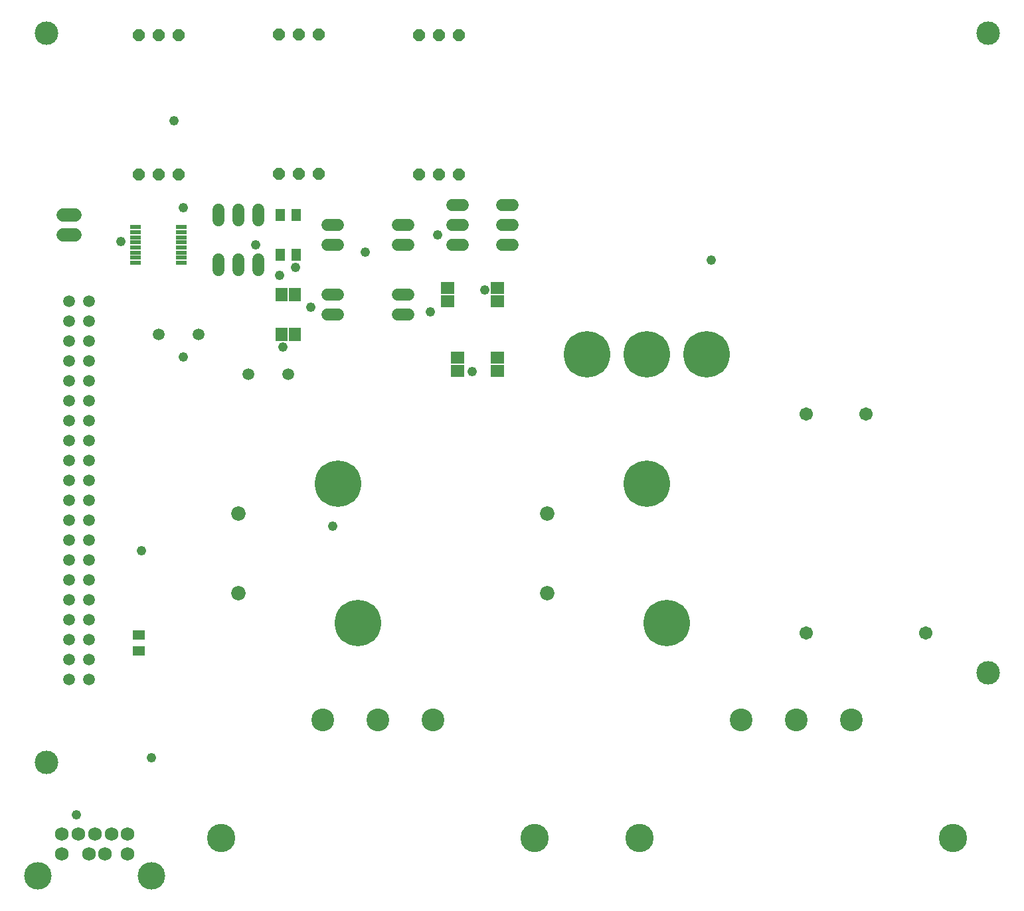
<source format=gts>
G75*
%MOIN*%
%OFA0B0*%
%FSLAX25Y25*%
%IPPOS*%
%LPD*%
%AMOC8*
5,1,8,0,0,1.08239X$1,22.5*
%
%ADD10C,0.11824*%
%ADD11R,0.06706X0.05918*%
%ADD12C,0.06000*%
%ADD13R,0.05918X0.06706*%
%ADD14C,0.23300*%
%ADD15C,0.07250*%
%ADD16C,0.05950*%
%ADD17C,0.06737*%
%ADD18C,0.06737*%
%ADD19R,0.05524X0.02375*%
%ADD20R,0.05131X0.06312*%
%ADD21R,0.06312X0.05131*%
%ADD22C,0.13800*%
%ADD23C,0.06800*%
%ADD24C,0.11450*%
%ADD25C,0.14200*%
%ADD26OC8,0.05950*%
%ADD27C,0.04800*%
%ADD28C,0.04762*%
D10*
X0030578Y0092465D03*
X0030578Y0458685D03*
X0503019Y0458685D03*
X0503019Y0137465D03*
D11*
X0256798Y0289118D03*
X0256798Y0295811D03*
X0236798Y0295811D03*
X0236798Y0289118D03*
X0231798Y0324118D03*
X0231798Y0330811D03*
X0256798Y0330811D03*
X0256798Y0324118D03*
D12*
X0259198Y0352465D02*
X0264398Y0352465D01*
X0264398Y0362465D02*
X0259198Y0362465D01*
X0259198Y0372465D02*
X0264398Y0372465D01*
X0239398Y0372465D02*
X0234198Y0372465D01*
X0234198Y0362465D02*
X0239398Y0362465D01*
X0239398Y0352465D02*
X0234198Y0352465D01*
X0211998Y0352465D02*
X0206798Y0352465D01*
X0206798Y0362465D02*
X0211998Y0362465D01*
X0176798Y0362465D02*
X0171598Y0362465D01*
X0171598Y0352465D02*
X0176798Y0352465D01*
X0176798Y0327465D02*
X0171598Y0327465D01*
X0171598Y0317465D02*
X0176798Y0317465D01*
X0206798Y0317465D02*
X0211998Y0317465D01*
X0211998Y0327465D02*
X0206798Y0327465D01*
X0136798Y0339865D02*
X0136798Y0345065D01*
X0126798Y0345065D02*
X0126798Y0339865D01*
X0116798Y0339865D02*
X0116798Y0345065D01*
X0116798Y0364865D02*
X0116798Y0370065D01*
X0126798Y0370065D02*
X0126798Y0364865D01*
X0136798Y0364865D02*
X0136798Y0370065D01*
D13*
X0148452Y0327465D03*
X0155145Y0327465D03*
X0155145Y0307465D03*
X0148452Y0307465D03*
D14*
X0176798Y0232465D03*
X0186798Y0162465D03*
X0331798Y0232465D03*
X0331798Y0297465D03*
X0301798Y0297465D03*
X0361798Y0297465D03*
X0341798Y0162465D03*
D15*
X0281798Y0177465D03*
X0281798Y0217465D03*
X0126798Y0217465D03*
X0126798Y0177465D03*
D16*
X0051798Y0174158D03*
X0041798Y0174158D03*
X0041798Y0184158D03*
X0041798Y0194158D03*
X0041798Y0204158D03*
X0041798Y0214158D03*
X0041798Y0224158D03*
X0041798Y0234158D03*
X0041798Y0244158D03*
X0041798Y0254158D03*
X0041798Y0264158D03*
X0051798Y0264158D03*
X0051798Y0254158D03*
X0051798Y0244158D03*
X0051798Y0234158D03*
X0051798Y0224158D03*
X0051798Y0214158D03*
X0051798Y0204158D03*
X0051798Y0194158D03*
X0051798Y0184158D03*
X0051798Y0164158D03*
X0041798Y0164158D03*
X0041798Y0154158D03*
X0041798Y0144158D03*
X0041798Y0134158D03*
X0051798Y0134158D03*
X0051798Y0144158D03*
X0051798Y0154158D03*
X0051798Y0274158D03*
X0041798Y0274158D03*
X0041798Y0284158D03*
X0041798Y0294158D03*
X0041798Y0304158D03*
X0041798Y0314158D03*
X0041798Y0324158D03*
X0051798Y0324158D03*
X0051798Y0314158D03*
X0051798Y0304158D03*
X0051798Y0294158D03*
X0051798Y0284158D03*
X0086798Y0307465D03*
X0106798Y0307465D03*
X0131798Y0287465D03*
X0151798Y0287465D03*
D17*
X0411798Y0267465D03*
X0441798Y0267465D03*
X0411798Y0157465D03*
X0471798Y0157465D03*
D18*
X0044767Y0357465D02*
X0038830Y0357465D01*
X0038830Y0367465D02*
X0044767Y0367465D01*
D19*
X0075283Y0361421D03*
X0075283Y0358862D03*
X0075283Y0356303D03*
X0075283Y0353744D03*
X0075283Y0351185D03*
X0075283Y0348626D03*
X0075283Y0346067D03*
X0075283Y0343508D03*
X0098314Y0343508D03*
X0098314Y0346067D03*
X0098314Y0348626D03*
X0098314Y0351185D03*
X0098314Y0353744D03*
X0098314Y0356303D03*
X0098314Y0358862D03*
X0098314Y0361421D03*
D20*
X0147861Y0367465D03*
X0155736Y0367465D03*
X0155736Y0347465D03*
X0147861Y0347465D03*
D21*
X0076798Y0156402D03*
X0076798Y0148528D03*
D22*
X0026298Y0035606D03*
X0083298Y0035606D03*
D23*
X0071298Y0046606D03*
X0071298Y0056606D03*
X0063048Y0056606D03*
X0054798Y0056606D03*
X0046548Y0056606D03*
X0038298Y0056606D03*
X0038298Y0046606D03*
X0051798Y0046606D03*
X0059798Y0046606D03*
D24*
X0169239Y0113803D03*
X0196798Y0113803D03*
X0224358Y0113803D03*
X0379239Y0113803D03*
X0406798Y0113803D03*
X0434358Y0113803D03*
D25*
X0485539Y0054354D03*
X0328058Y0054354D03*
X0275539Y0054354D03*
X0118058Y0054354D03*
D26*
X0096791Y0387758D03*
X0086791Y0387758D03*
X0076791Y0387758D03*
X0147118Y0388091D03*
X0157118Y0388091D03*
X0167118Y0388091D03*
X0217444Y0387758D03*
X0227444Y0387758D03*
X0237444Y0387758D03*
X0237444Y0457758D03*
X0227444Y0457758D03*
X0217444Y0457758D03*
X0167118Y0458091D03*
X0157118Y0458091D03*
X0147118Y0458091D03*
X0096791Y0457758D03*
X0086791Y0457758D03*
X0076791Y0457758D03*
D27*
X0099298Y0371215D03*
X0135548Y0352465D03*
X0155548Y0341215D03*
X0163048Y0321215D03*
X0149298Y0301215D03*
X0099298Y0296215D03*
X0190548Y0348715D03*
X0223048Y0318715D03*
X0250548Y0329965D03*
X0226798Y0357465D03*
X0244298Y0288715D03*
X0174298Y0211215D03*
X0078048Y0198715D03*
X0083048Y0094965D03*
X0045548Y0066215D03*
X0364298Y0344965D03*
D28*
X0147452Y0337100D03*
X0067793Y0354098D03*
X0094457Y0414759D03*
M02*

</source>
